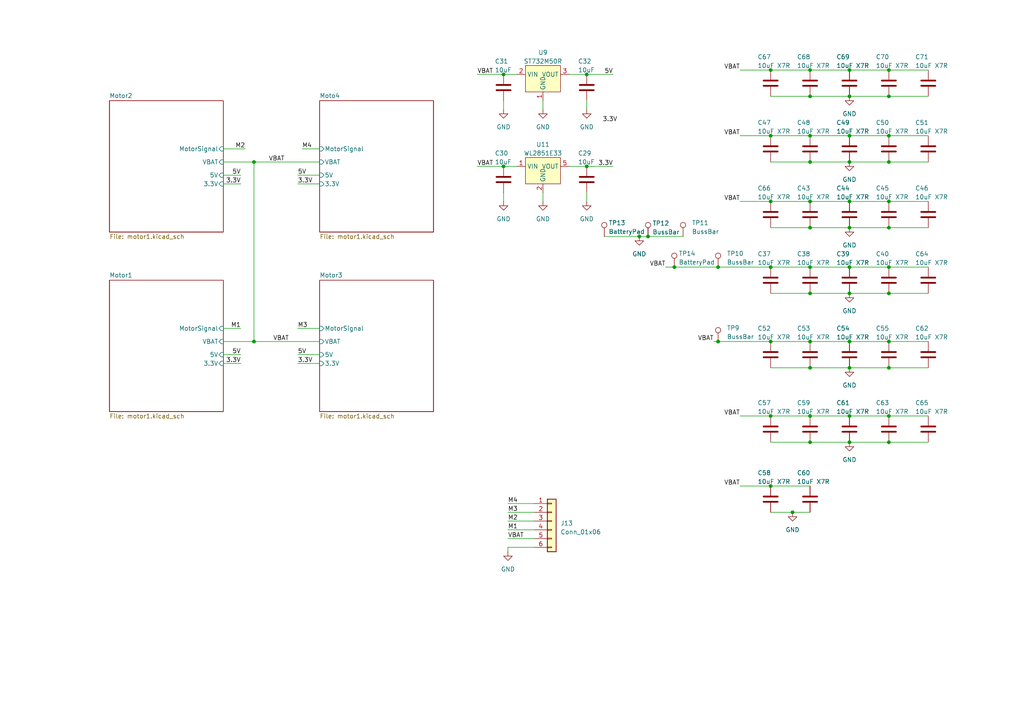
<source format=kicad_sch>
(kicad_sch (version 20230121) (generator eeschema)
  (paper "A4")
  (title_block (title "OpenHW_Findland_ESC") (date "2023-05-24") (rev "0.1"))
  (lib_symbols
    (symbol "Connector:TestPoint" (pin_numbers hide) (pin_names (offset 0.762) hide)
      (property "Reference" "TP" (at 0 6.858 0))
      (property "Value" "TestPoint" (at 0 5.08 0))
      (symbol "TestPoint_0_1"
        (circle (center 0 3.302) (radius 0.762))
      )
      (symbol "TestPoint_1_1"
        (pin passive line (at 0 0 90) (length 2.54) (name "1") (number "1"))
      )
    )
    (symbol "Connector_Generic:Conn_01x06" (pin_names (offset 1.016) hide)
      (property "Reference" "J" (at 0 7.62 0))
      (property "Value" "Conn_01x06" (at 0 -10.16 0))
      (symbol "Conn_01x06_1_1"
        (rectangle (start -1.27 -7.493) (end 0 -7.747) (stroke (width 0.1524)))
        (rectangle (start -1.27 -4.953) (end 0 -5.207) (stroke (width 0.1524)))
        (rectangle (start -1.27 -2.413) (end 0 -2.667) (stroke (width 0.1524)))
        (rectangle (start -1.27 0.127) (end 0 -0.127) (stroke (width 0.1524)))
        (rectangle (start -1.27 2.667) (end 0 2.413) (stroke (width 0.1524)))
        (rectangle (start -1.27 5.207) (end 0 4.953) (stroke (width 0.1524)))
        (rectangle (start -1.27 6.35) (end 1.27 -8.89) (stroke (width 0.254)) (fill (type background)))
        (pin passive line (at -5.08 5.08 0) (length 3.81) (name "Pin_1") (number "1"))
        (pin passive line (at -5.08 2.54 0) (length 3.81) (name "Pin_2") (number "2"))
        (pin passive line (at -5.08 0 0) (length 3.81) (name "Pin_3") (number "3"))
        (pin passive line (at -5.08 -2.54 0) (length 3.81) (name "Pin_4") (number "4"))
        (pin passive line (at -5.08 -5.08 0) (length 3.81) (name "Pin_5") (number "5"))
        (pin passive line (at -5.08 -7.62 0) (length 3.81) (name "Pin_6") (number "6"))
      )
    )
    (symbol "Device:C" (pin_numbers hide) (pin_names (offset 0.254))
      (property "Reference" "C" (at 0.635 2.54 0))
      (property "Value" "C" (at 0.635 -2.54 0))
      (symbol "C_0_1"
        (polyline (pts (xy -2.032 -0.762) (xy 2.032 -0.762)) (stroke (width 0.508)))
        (polyline (pts (xy -2.032 0.762) (xy 2.032 0.762)) (stroke (width 0.508)))
      )
      (symbol "C_1_1"
        (pin passive line (at 0 3.81 270) (length 2.794) (name "~") (number "1"))
        (pin passive line (at 0 -3.81 90) (length 2.794) (name "~") (number "2"))
      )
    )
    (symbol "OpenHW:ST732M50R"
      (property "Reference" "U" (at 0 5.08 0))
      (property "Value" "ST732M50R" (at 0 0 0))
      (symbol "ST732M50R_1_0"
        (pin power_in line (at 0 -6.35 90) (length 2.54) (name "GND") (number "1"))
        (pin power_in line (at -7.62 1.27 0) (length 2.54) (name "VIN") (number "2"))
        (pin power_out line (at 7.62 1.27 180) (length 2.54) (name "VOUT") (number "3"))
      )
      (symbol "ST732M50R_1_1"
        (rectangle (start -5.08 3.81) (end 5.08 -3.81) (fill (type background)))
      )
    )
    (symbol "OpenHW:WL2851E33"
      (property "Reference" "U" (at 0 5.08 0))
      (property "Value" "WL2851E33" (at 0 0 0))
      (symbol "WL2851E33_1_0"
        (pin power_in line (at -7.62 1.27 0) (length 2.54) (name "VIN") (number "1"))
        (pin power_in line (at 0 -6.35 90) (length 2.54) (name "GND") (number "2"))
        (pin power_out line (at 7.62 1.27 180) (length 2.54) (name "VOUT") (number "5"))
      )
      (symbol "WL2851E33_1_1"
        (rectangle (start -5.08 3.81) (end 5.08 -3.81) (fill (type background)))
      )
    )
    (symbol "power:GND" (power) (pin_names (offset 0))
      (property "Value" "GND" (at 0 -3.81 0))
      (symbol "GND_0_1"
        (polyline (pts (xy 0 0) (xy 0 -1.27) (xy 1.27 -1.27) (xy 0 -2.54) (xy -1.27 -1.27) (xy 0 -1.27)))
      )
      (symbol "GND_1_1"
        (pin power_in line (at 0 0 270) (length 0) hide (name "GND") (number "1"))
      )
    )
  )
  (junction (at 223.52 120.65))
  (junction (at 234.95 20.32))
  (junction (at 246.38 128.27))
  (junction (at 208.28 77.47))
  (junction (at 146.05 21.59))
  (junction (at 246.38 99.06))
  (junction (at 234.95 99.06))
  (junction (at 234.95 128.27))
  (junction (at 246.38 46.99))
  (junction (at 257.81 77.47))
  (junction (at 246.38 85.09))
  (junction (at 223.52 99.06))
  (junction (at 170.18 21.59))
  (junction (at 257.81 66.04))
  (junction (at 257.81 20.32))
  (junction (at 229.87 148.59))
  (junction (at 170.18 48.26))
  (junction (at 223.52 20.32))
  (junction (at 257.81 85.09))
  (junction (at 246.38 120.65))
  (junction (at 234.95 85.09))
  (junction (at 223.52 39.37))
  (junction (at 234.95 120.65))
  (junction (at 257.81 120.65))
  (junction (at 246.38 39.37))
  (junction (at 234.95 27.94))
  (junction (at 246.38 77.47))
  (junction (at 223.52 140.97))
  (junction (at 257.81 128.27))
  (junction (at 257.81 99.06))
  (junction (at 73.66 46.99))
  (junction (at 234.95 106.68))
  (junction (at 246.38 20.32))
  (junction (at 223.52 58.42))
  (junction (at 234.95 77.47))
  (junction (at 257.81 58.42))
  (junction (at 234.95 66.04))
  (junction (at 185.42 68.58))
  (junction (at 146.05 48.26))
  (junction (at 246.38 27.94))
  (junction (at 234.95 46.99))
  (junction (at 246.38 58.42))
  (junction (at 257.81 106.68))
  (junction (at 195.58 77.47))
  (junction (at 187.96 68.58))
  (junction (at 246.38 66.04))
  (junction (at 257.81 27.94))
  (junction (at 246.38 106.68))
  (junction (at 234.95 58.42))
  (junction (at 257.81 39.37))
  (junction (at 208.28 99.06))
  (junction (at 73.66 99.06))
  (junction (at 223.52 77.47))
  (junction (at 257.81 46.99))
  (junction (at 234.95 39.37))
  (wire (pts (xy 257.81 27.94) (xy 269.24 27.94)))
  (wire (pts (xy 147.32 156.21) (xy 154.94 156.21)))
  (wire (pts (xy 147.32 153.67) (xy 154.94 153.67)))
  (wire (pts (xy 157.48 31.75) (xy 157.48 29.21)))
  (wire (pts (xy 246.38 58.42) (xy 257.81 58.42)))
  (wire (pts (xy 146.05 48.26) (xy 149.86 48.26)))
  (wire (pts (xy 86.36 102.87) (xy 92.71 102.87)))
  (wire (pts (xy 223.52 120.65) (xy 234.95 120.65)))
  (wire (pts (xy 257.81 99.06) (xy 269.24 99.06)))
  (wire (pts (xy 86.36 105.41) (xy 92.71 105.41)))
  (wire (pts (xy 147.32 151.13) (xy 154.94 151.13)))
  (wire (pts (xy 234.95 85.09) (xy 246.38 85.09)))
  (wire (pts (xy 257.81 85.09) (xy 269.24 85.09)))
  (wire (pts (xy 64.77 50.8) (xy 69.85 50.8)))
  (wire (pts (xy 234.95 120.65) (xy 246.38 120.65)))
  (wire (pts (xy 246.38 39.37) (xy 257.81 39.37)))
  (wire (pts (xy 246.38 66.04) (xy 257.81 66.04)))
  (wire (pts (xy 64.77 105.41) (xy 69.85 105.41)))
  (wire (pts (xy 234.95 58.42) (xy 246.38 58.42)))
  (wire (pts (xy 246.38 20.32) (xy 257.81 20.32)))
  (wire (pts (xy 223.52 148.59) (xy 229.87 148.59)))
  (wire (pts (xy 223.52 20.32) (xy 214.63 20.32)))
  (wire (pts (xy 71.12 43.18) (xy 64.77 43.18)))
  (wire (pts (xy 138.43 48.26) (xy 146.05 48.26)))
  (wire (pts (xy 170.18 48.26) (xy 177.8 48.26)))
  (wire (pts (xy 195.58 77.47) (xy 193.04 77.47)))
  (wire (pts (xy 147.32 158.75) (xy 147.32 160.02)))
  (wire (pts (xy 234.95 99.06) (xy 246.38 99.06)))
  (wire (pts (xy 223.52 58.42) (xy 234.95 58.42)))
  (wire (pts (xy 208.28 99.06) (xy 207.01 99.06)))
  (wire (pts (xy 64.77 53.34) (xy 69.85 53.34)))
  (wire (pts (xy 229.87 148.59) (xy 234.95 148.59)))
  (wire (pts (xy 187.96 68.58) (xy 198.12 68.58)))
  (wire (pts (xy 64.77 99.06) (xy 73.66 99.06)))
  (wire (pts (xy 257.81 20.32) (xy 269.24 20.32)))
  (wire (pts (xy 170.18 21.59) (xy 177.8 21.59)))
  (wire (pts (xy 223.52 77.47) (xy 234.95 77.47)))
  (wire (pts (xy 246.38 106.68) (xy 257.81 106.68)))
  (wire (pts (xy 73.66 99.06) (xy 92.71 99.06)))
  (wire (pts (xy 214.63 58.42) (xy 223.52 58.42)))
  (wire (pts (xy 223.52 39.37) (xy 214.63 39.37)))
  (wire (pts (xy 146.05 21.59) (xy 149.86 21.59)))
  (wire (pts (xy 165.1 48.26) (xy 170.18 48.26)))
  (wire (pts (xy 92.71 43.18) (xy 87.63 43.18)))
  (wire (pts (xy 257.81 77.47) (xy 269.24 77.47)))
  (wire (pts (xy 64.77 102.87) (xy 69.85 102.87)))
  (wire (pts (xy 234.95 39.37) (xy 246.38 39.37)))
  (wire (pts (xy 64.77 46.99) (xy 73.66 46.99)))
  (wire (pts (xy 86.36 95.25) (xy 92.71 95.25)))
  (wire (pts (xy 246.38 120.65) (xy 257.81 120.65)))
  (wire (pts (xy 246.38 85.09) (xy 257.81 85.09)))
  (wire (pts (xy 234.95 27.94) (xy 246.38 27.94)))
  (wire (pts (xy 170.18 58.42) (xy 170.18 55.88)))
  (wire (pts (xy 165.1 21.59) (xy 170.18 21.59)))
  (wire (pts (xy 208.28 99.06) (xy 223.52 99.06)))
  (wire (pts (xy 257.81 106.68) (xy 269.24 106.68)))
  (wire (pts (xy 234.95 106.68) (xy 246.38 106.68)))
  (wire (pts (xy 170.18 31.75) (xy 170.18 29.21)))
  (wire (pts (xy 208.28 77.47) (xy 195.58 77.47)))
  (wire (pts (xy 223.52 46.99) (xy 234.95 46.99)))
  (wire (pts (xy 223.52 140.97) (xy 234.95 140.97)))
  (wire (pts (xy 223.52 106.68) (xy 234.95 106.68)))
  (wire (pts (xy 147.32 146.05) (xy 154.94 146.05)))
  (wire (pts (xy 86.36 53.34) (xy 92.71 53.34)))
  (wire (pts (xy 147.32 148.59) (xy 154.94 148.59)))
  (wire (pts (xy 208.28 77.47) (xy 223.52 77.47)))
  (wire (pts (xy 246.38 46.99) (xy 257.81 46.99)))
  (wire (pts (xy 223.52 128.27) (xy 234.95 128.27)))
  (wire (pts (xy 138.43 21.59) (xy 146.05 21.59)))
  (wire (pts (xy 234.95 66.04) (xy 246.38 66.04)))
  (wire (pts (xy 175.26 68.58) (xy 185.42 68.58)))
  (wire (pts (xy 234.95 77.47) (xy 246.38 77.47)))
  (wire (pts (xy 147.32 158.75) (xy 154.94 158.75)))
  (wire (pts (xy 223.52 27.94) (xy 234.95 27.94)))
  (wire (pts (xy 64.77 95.25) (xy 69.85 95.25)))
  (wire (pts (xy 234.95 46.99) (xy 246.38 46.99)))
  (wire (pts (xy 246.38 77.47) (xy 257.81 77.47)))
  (wire (pts (xy 223.52 85.09) (xy 234.95 85.09)))
  (wire (pts (xy 246.38 27.94) (xy 257.81 27.94)))
  (wire (pts (xy 223.52 39.37) (xy 234.95 39.37)))
  (wire (pts (xy 257.81 120.65) (xy 269.24 120.65)))
  (wire (pts (xy 257.81 46.99) (xy 269.24 46.99)))
  (wire (pts (xy 146.05 55.88) (xy 146.05 58.42)))
  (wire (pts (xy 185.42 68.58) (xy 187.96 68.58)))
  (wire (pts (xy 146.05 29.21) (xy 146.05 31.75)))
  (wire (pts (xy 257.81 39.37) (xy 269.24 39.37)))
  (wire (pts (xy 223.52 120.65) (xy 214.63 120.65)))
  (wire (pts (xy 234.95 128.27) (xy 246.38 128.27)))
  (wire (pts (xy 257.81 66.04) (xy 269.24 66.04)))
  (wire (pts (xy 86.36 50.8) (xy 92.71 50.8)))
  (wire (pts (xy 246.38 128.27) (xy 257.81 128.27)))
  (wire (pts (xy 157.48 55.88) (xy 157.48 58.42)))
  (wire (pts (xy 246.38 99.06) (xy 257.81 99.06)))
  (wire (pts (xy 223.52 99.06) (xy 234.95 99.06)))
  (wire (pts (xy 234.95 20.32) (xy 246.38 20.32)))
  (wire (pts (xy 223.52 140.97) (xy 214.63 140.97)))
  (wire (pts (xy 73.66 46.99) (xy 92.71 46.99)))
  (wire (pts (xy 223.52 20.32) (xy 234.95 20.32)))
  (wire (pts (xy 257.81 58.42) (xy 269.24 58.42)))
  (wire (pts (xy 257.81 128.27) (xy 269.24 128.27)))
  (wire (pts (xy 223.52 66.04) (xy 234.95 66.04)))
  (wire (pts (xy 73.66 99.06) (xy 73.66 46.99)))
  (label "VBAT" (at 214.63 20.32 180))
  (label "VBAT" (at 214.63 120.65 180))
  (label "5V" (at 86.36 50.8 0))
  (label "M1" (at 69.85 95.25 180))
  (label "5V" (at 177.8 21.59 180))
  (label "M2" (at 71.12 43.18 180))
  (label "3.3V" (at 69.85 105.41 180))
  (label "VBAT" (at 214.63 140.97 180))
  (label "3.3V" (at 86.36 105.41 0))
  (label "VBAT" (at 138.43 48.26 0))
  (label "VBAT" (at 83.82 99.06 180))
  (label "VBAT" (at 138.43 21.59 0))
  (label "VBAT" (at 207.01 99.06 180))
  (label "5V" (at 86.36 102.87 0))
  (label "VBAT" (at 193.04 77.47 180))
  (label "VBAT" (at 214.63 39.37 180))
  (label "3.3V" (at 177.8 48.26 180))
  (label "3.3V" (at 69.85 53.34 180))
  (label "VBAT" (at 82.55 46.99 180))
  (label "5V" (at 69.85 50.8 180))
  (label "M2" (at 147.32 151.13 0))
  (label "3.3V" (at 86.36 53.34 0))
  (label "M4" (at 87.63 43.18 0))
  (label "M3" (at 147.32 148.59 0))
  (label "3.3V" (at 179.07 35.56 180))
  (label "VBAT" (at 214.63 58.42 180))
  (label "5V" (at 69.85 102.87 180))
  (label "M3" (at 86.36 95.25 0))
  (label "M1" (at 147.32 153.67 0))
  (label "M4" (at 147.32 146.05 0))
  (label "VBAT" (at 147.32 156.21 0))
  (symbol (lib_id "power:GND") (at 146.05 31.75 0) (unit 1)
    (property "Reference" "#PWR046" (effects hide))
    (property "Value" "GND" (at 146.05 36.83 0))
  )
  (symbol (lib_id "power:GND") (at 229.87 148.59 0) (unit 1)
    (property "Reference" "#PWR059" (effects hide))
    (property "Value" "GND" (at 229.87 153.67 0))
  )
  (symbol (lib_id "Device:C") (at 246.38 124.46 0) (unit 1)
    (property "Reference" "C61" (at 242.57 116.84 0) (effects (justify left)))
    (property "Value" "10uF X7R" (at 242.57 119.38 0) (effects (justify left)))
    (property "Footprint" "OpenHW:C_1206_Slim" (effects hide))
  )
  (symbol (lib_id "OpenHW:WL2851E33") (at 157.48 49.53 0) (unit 1)
    (property "Reference" "U11" (at 157.48 41.91 0))
    (property "Value" "WL2851E33" (at 157.48 44.45 0))
    (property "Footprint" "OpenHW:SOT-23-5" (effects hide))
    (property "Datasheet" "https://datasheet.lcsc.com/lcsc/1912260914_WILLSEMI-Will-Semicon-WL2851E33-5-TR_C467852.pdf" (effects hide))
    (property "LSCS" "https://www.lcsc.com/product-detail/Linear-Voltage-Regulators-LDO_WILLSEMI-Will-Semicon-WL2851E33-5-TR_C467852.html" (effects hide))
  )
  (symbol (lib_id "Device:C") (at 269.24 124.46 0) (unit 1)
    (property "Reference" "C65" (at 265.43 116.84 0) (effects (justify left)))
    (property "Value" "10uF X7R" (at 265.43 119.38 0) (effects (justify left)))
    (property "Footprint" "OpenHW:C_1206_Slim" (effects hide))
  )
  (symbol (lib_id "Device:C") (at 223.52 62.23 0) (unit 1)
    (property "Reference" "C66" (at 219.71 54.61 0) (effects (justify left)))
    (property "Value" "10uF X7R" (at 219.71 57.15 0) (effects (justify left)))
    (property "Footprint" "OpenHW:C_1206_Slim" (effects hide))
  )
  (symbol (lib_id "Connector:TestPoint") (at 195.58 77.47 0) (unit 1)
    (property "Reference" "TP14" (at 196.85 73.533 0) (effects (justify left)))
    (property "Value" "BatteryPad" (at 196.85 76.073 0) (effects (justify left)))
    (property "Footprint" "OpenHW:BatteryPad" (effects hide))
  )
  (symbol (lib_id "Device:C") (at 269.24 24.13 0) (unit 1)
    (property "Reference" "C71" (at 265.43 16.51 0) (effects (justify left)))
    (property "Value" "10uF X7R" (at 265.43 19.05 0) (effects (justify left)))
    (property "Footprint" "OpenHW:C_1206_Slim" (effects hide))
  )
  (symbol (lib_id "Device:C") (at 223.52 144.78 0) (unit 1)
    (property "Reference" "C58" (at 219.71 137.16 0) (effects (justify left)))
    (property "Value" "10uF X7R" (at 219.71 139.7 0) (effects (justify left)))
    (property "Footprint" "OpenHW:C_1206_Slim" (effects hide))
  )
  (symbol (lib_id "Device:C") (at 223.52 43.18 0) (unit 1)
    (property "Reference" "C47" (at 219.71 35.56 0) (effects (justify left)))
    (property "Value" "10uF X7R" (at 219.71 38.1 0) (effects (justify left)))
    (property "Footprint" "OpenHW:C_1206_Slim" (effects hide))
  )
  (symbol (lib_id "Device:C") (at 234.95 62.23 0) (unit 1)
    (property "Reference" "C43" (at 231.14 54.61 0) (effects (justify left)))
    (property "Value" "10uF X7R" (at 231.14 57.15 0) (effects (justify left)))
    (property "Footprint" "OpenHW:C_1206_Slim" (effects hide))
  )
  (symbol (lib_id "Device:C") (at 246.38 24.13 0) (unit 1)
    (property "Reference" "C69" (at 242.57 16.51 0) (effects (justify left)))
    (property "Value" "10uF X7R" (at 242.57 19.05 0) (effects (justify left)))
    (property "Footprint" "OpenHW:C_1206_Slim" (effects hide))
  )
  (symbol (lib_id "Device:C") (at 257.81 124.46 0) (unit 1)
    (property "Reference" "C63" (at 254 116.84 0) (effects (justify left)))
    (property "Value" "10uF X7R" (at 254 119.38 0) (effects (justify left)))
    (property "Footprint" "OpenHW:C_1206_Slim" (effects hide))
  )
  (symbol (lib_id "Device:C") (at 257.81 102.87 0) (unit 1)
    (property "Reference" "C55" (at 254 95.25 0) (effects (justify left)))
    (property "Value" "10uF X7R" (at 254 97.79 0) (effects (justify left)))
    (property "Footprint" "OpenHW:C_1206_Slim" (effects hide))
  )
  (symbol (lib_id "power:GND") (at 246.38 46.99 0) (unit 1)
    (property "Reference" "#PWR055" (effects hide))
    (property "Value" "GND" (at 246.38 52.07 0))
  )
  (symbol (lib_id "power:GND") (at 170.18 31.75 0) (unit 1)
    (property "Reference" "#PWR047" (effects hide))
    (property "Value" "GND" (at 170.18 36.83 0))
  )
  (symbol (lib_id "Device:C") (at 246.38 43.18 0) (unit 1)
    (property "Reference" "C49" (at 242.57 35.56 0) (effects (justify left)))
    (property "Value" "10uF X7R" (at 242.57 38.1 0) (effects (justify left)))
    (property "Footprint" "OpenHW:C_1206_Slim" (effects hide))
  )
  (symbol (lib_id "power:GND") (at 157.48 58.42 0) (unit 1)
    (property "Reference" "#PWR050" (effects hide))
    (property "Value" "GND" (at 157.48 63.5 0))
  )
  (symbol (lib_id "Connector:TestPoint") (at 187.96 68.58 0) (unit 1)
    (property "Reference" "TP12" (at 189.23 64.77 0) (effects (justify left)))
    (property "Value" "BussBar" (at 189.23 67.31 0) (effects (justify left)))
    (property "Footprint" "OpenHW:2mmBussBar" (effects hide))
  )
  (symbol (lib_id "power:GND") (at 246.38 27.94 0) (unit 1)
    (property "Reference" "#PWR060" (effects hide))
    (property "Value" "GND" (at 246.38 33.02 0))
  )
  (symbol (lib_id "Device:C") (at 257.81 24.13 0) (unit 1)
    (property "Reference" "C70" (at 254 16.51 0) (effects (justify left)))
    (property "Value" "10uF X7R" (at 254 19.05 0) (effects (justify left)))
    (property "Footprint" "OpenHW:C_1206_Slim" (effects hide))
  )
  (symbol (lib_id "Connector:TestPoint") (at 208.28 99.06 0) (unit 1)
    (property "Reference" "TP9" (at 210.82 95.123 0) (effects (justify left)))
    (property "Value" "BussBar" (at 210.82 97.663 0) (effects (justify left)))
    (property "Footprint" "OpenHW:2mmBussBar" (effects hide))
  )
  (symbol (lib_id "OpenHW:ST732M50R") (at 157.48 22.86 0) (unit 1)
    (property "Reference" "U9" (at 157.48 15.24 0))
    (property "Value" "ST732M50R" (at 157.48 17.78 0))
    (property "Footprint" "OpenHW:SOT-23-5" (effects hide))
    (property "Datasheet" "https://datasheet.lcsc.com/lcsc/2211080530_STMicroelectronics-ST732M50R_C3747922.pdf" (effects hide))
    (property "LSCS" "https://www.lcsc.com/product-detail/Linear-Voltage-Regulators-LDO_STMicroelectronics-ST732M50R_C3747922.html" (effects hide))
  )
  (symbol (lib_id "Device:C") (at 170.18 52.07 0) (unit 1)
    (property "Reference" "C29" (at 167.64 44.45 0) (effects (justify left)))
    (property "Value" "10uF" (at 167.64 46.99 0) (effects (justify left)))
    (property "Footprint" "Capacitor_SMD:C_0603_1608Metric" (effects hide))
  )
  (symbol (lib_id "Device:C") (at 223.52 24.13 0) (unit 1)
    (property "Reference" "C67" (at 219.71 16.51 0) (effects (justify left)))
    (property "Value" "10uF X7R" (at 219.71 19.05 0) (effects (justify left)))
    (property "Footprint" "OpenHW:C_1206_Slim" (effects hide))
  )
  (symbol (lib_id "Device:C") (at 269.24 43.18 0) (unit 1)
    (property "Reference" "C51" (at 265.43 35.56 0) (effects (justify left)))
    (property "Value" "10uF X7R" (at 265.43 38.1 0) (effects (justify left)))
    (property "Footprint" "OpenHW:C_1206_Slim" (effects hide))
  )
  (symbol (lib_id "Device:C") (at 257.81 62.23 0) (unit 1)
    (property "Reference" "C45" (at 254 54.61 0) (effects (justify left)))
    (property "Value" "10uF X7R" (at 254 57.15 0) (effects (justify left)))
    (property "Footprint" "OpenHW:C_1206_Slim" (effects hide))
  )
  (symbol (lib_id "power:GND") (at 185.42 68.58 0) (unit 1)
    (property "Reference" "#PWR057" (effects hide))
    (property "Value" "GND" (at 185.42 73.66 0))
  )
  (symbol (lib_id "power:GND") (at 246.38 128.27 0) (unit 1)
    (property "Reference" "#PWR058" (effects hide))
    (property "Value" "GND" (at 246.38 133.35 0))
  )
  (symbol (lib_id "Connector_Generic:Conn_01x06") (at 160.02 151.13 0) (unit 1)
    (property "Reference" "J13" (at 162.56 151.765 0) (effects (justify left)))
    (property "Value" "Conn_01x06" (at 162.56 154.305 0) (effects (justify left)))
    (property "Footprint" "OpenHW:PadsHole_1x06_P1.27mm" (effects hide))
  )
  (symbol (lib_id "Device:C") (at 234.95 81.28 0) (unit 1)
    (property "Reference" "C38" (at 231.14 73.66 0) (effects (justify left)))
    (property "Value" "10uF X7R" (at 231.14 76.2 0) (effects (justify left)))
    (property "Footprint" "OpenHW:C_1206_Slim" (effects hide))
  )
  (symbol (lib_id "Device:C") (at 234.95 24.13 0) (unit 1)
    (property "Reference" "C68" (at 231.14 16.51 0) (effects (justify left)))
    (property "Value" "10uF X7R" (at 231.14 19.05 0) (effects (justify left)))
    (property "Footprint" "OpenHW:C_1206_Slim" (effects hide))
  )
  (symbol (lib_id "Device:C") (at 246.38 102.87 0) (unit 1)
    (property "Reference" "C54" (at 242.57 95.25 0) (effects (justify left)))
    (property "Value" "10uF X7R" (at 242.57 97.79 0) (effects (justify left)))
    (property "Footprint" "OpenHW:C_1206_Slim" (effects hide))
  )
  (symbol (lib_id "power:GND") (at 170.18 58.42 0) (unit 1)
    (property "Reference" "#PWR049" (effects hide))
    (property "Value" "GND" (at 170.18 63.5 0))
  )
  (symbol (lib_id "Device:C") (at 146.05 25.4 0) (unit 1)
    (property "Reference" "C31" (at 143.51 17.78 0) (effects (justify left)))
    (property "Value" "10uF" (at 143.51 20.32 0) (effects (justify left)))
    (property "Footprint" "Capacitor_SMD:C_0603_1608Metric" (effects hide))
  )
  (symbol (lib_id "Device:C") (at 269.24 102.87 0) (unit 1)
    (property "Reference" "C62" (at 265.43 95.25 0) (effects (justify left)))
    (property "Value" "10uF X7R" (at 265.43 97.79 0) (effects (justify left)))
    (property "Footprint" "OpenHW:C_1206_Slim" (effects hide))
  )
  (symbol (lib_id "Connector:TestPoint") (at 198.12 68.58 0) (unit 1)
    (property "Reference" "TP11" (at 200.66 64.643 0) (effects (justify left)))
    (property "Value" "BussBar" (at 200.66 67.183 0) (effects (justify left)))
    (property "Footprint" "OpenHW:2mmBussBar" (effects hide))
  )
  (symbol (lib_id "power:GND") (at 246.38 85.09 0) (unit 1)
    (property "Reference" "#PWR053" (effects hide))
    (property "Value" "GND" (at 246.38 90.17 0))
  )
  (symbol (lib_id "Connector:TestPoint") (at 208.28 77.47 0) (unit 1)
    (property "Reference" "TP10" (at 210.82 73.533 0) (effects (justify left)))
    (property "Value" "BussBar" (at 210.82 76.073 0) (effects (justify left)))
    (property "Footprint" "OpenHW:2mmBussBar" (effects hide))
  )
  (symbol (lib_id "power:GND") (at 246.38 66.04 0) (unit 1)
    (property "Reference" "#PWR054" (effects hide))
    (property "Value" "GND" (at 246.38 71.12 0))
  )
  (symbol (lib_id "Device:C") (at 234.95 124.46 0) (unit 1)
    (property "Reference" "C59" (at 231.14 116.84 0) (effects (justify left)))
    (property "Value" "10uF X7R" (at 231.14 119.38 0) (effects (justify left)))
    (property "Footprint" "OpenHW:C_1206_Slim" (effects hide))
  )
  (symbol (lib_id "Device:C") (at 257.81 43.18 0) (unit 1)
    (property "Reference" "C50" (at 254 35.56 0) (effects (justify left)))
    (property "Value" "10uF X7R" (at 254 38.1 0) (effects (justify left)))
    (property "Footprint" "OpenHW:C_1206_Slim" (effects hide))
  )
  (symbol (lib_id "Device:C") (at 223.52 81.28 0) (unit 1)
    (property "Reference" "C37" (at 219.71 73.66 0) (effects (justify left)))
    (property "Value" "10uF X7R" (at 219.71 76.2 0) (effects (justify left)))
    (property "Footprint" "OpenHW:C_1206_Slim" (effects hide))
  )
  (symbol (lib_id "power:GND") (at 157.48 31.75 0) (unit 1)
    (property "Reference" "#PWR045" (effects hide))
    (property "Value" "GND" (at 157.48 36.83 0))
  )
  (symbol (lib_id "Device:C") (at 246.38 81.28 0) (unit 1)
    (property "Reference" "C39" (at 242.57 73.66 0) (effects (justify left)))
    (property "Value" "10uF X7R" (at 242.57 76.2 0) (effects (justify left)))
    (property "Footprint" "OpenHW:C_1206_Slim" (effects hide))
  )
  (symbol (lib_id "Connector:TestPoint") (at 175.26 68.58 0) (unit 1)
    (property "Reference" "TP13" (at 176.53 64.643 0) (effects (justify left)))
    (property "Value" "BatteryPad" (at 176.53 67.183 0) (effects (justify left)))
    (property "Footprint" "OpenHW:BatteryPad" (effects hide))
  )
  (symbol (lib_id "Device:C") (at 257.81 81.28 0) (unit 1)
    (property "Reference" "C40" (at 254 73.66 0) (effects (justify left)))
    (property "Value" "10uF X7R" (at 254 76.2 0) (effects (justify left)))
    (property "Footprint" "OpenHW:C_1206_Slim" (effects hide))
  )
  (symbol (lib_id "Device:C") (at 269.24 62.23 0) (unit 1)
    (property "Reference" "C46" (at 265.43 54.61 0) (effects (justify left)))
    (property "Value" "10uF X7R" (at 265.43 57.15 0) (effects (justify left)))
    (property "Footprint" "OpenHW:C_1206_Slim" (effects hide))
  )
  (symbol (lib_id "power:GND") (at 147.32 160.02 0) (unit 1)
    (property "Reference" "#PWR061" (effects hide))
    (property "Value" "GND" (at 147.32 165.1 0))
  )
  (symbol (lib_id "power:GND") (at 146.05 58.42 0) (unit 1)
    (property "Reference" "#PWR048" (effects hide))
    (property "Value" "GND" (at 146.05 63.5 0))
  )
  (symbol (lib_id "Device:C") (at 234.95 102.87 0) (unit 1)
    (property "Reference" "C53" (at 231.14 95.25 0) (effects (justify left)))
    (property "Value" "10uF X7R" (at 231.14 97.79 0) (effects (justify left)))
    (property "Footprint" "OpenHW:C_1206_Slim" (effects hide))
  )
  (symbol (lib_id "Device:C") (at 170.18 25.4 0) (unit 1)
    (property "Reference" "C32" (at 167.64 17.78 0) (effects (justify left)))
    (property "Value" "10uF" (at 167.64 20.32 0) (effects (justify left)))
    (property "Footprint" "Capacitor_SMD:C_0603_1608Metric" (effects hide))
  )
  (symbol (lib_id "power:GND") (at 246.38 106.68 0) (unit 1)
    (property "Reference" "#PWR056" (effects hide))
    (property "Value" "GND" (at 246.38 111.76 0))
  )
  (symbol (lib_id "Device:C") (at 269.24 81.28 0) (unit 1)
    (property "Reference" "C64" (at 265.43 73.66 0) (effects (justify left)))
    (property "Value" "10uF X7R" (at 265.43 76.2 0) (effects (justify left)))
    (property "Footprint" "OpenHW:C_1206_Slim" (effects hide))
  )
  (symbol (lib_id "Device:C") (at 223.52 102.87 0) (unit 1)
    (property "Reference" "C52" (at 219.71 95.25 0) (effects (justify left)))
    (property "Value" "10uF X7R" (at 219.71 97.79 0) (effects (justify left)))
    (property "Footprint" "OpenHW:C_1206_Slim" (effects hide))
  )
  (symbol (lib_id "Device:C") (at 234.95 43.18 0) (unit 1)
    (property "Reference" "C48" (at 231.14 35.56 0) (effects (justify left)))
    (property "Value" "10uF X7R" (at 231.14 38.1 0) (effects (justify left)))
    (property "Footprint" "OpenHW:C_1206_Slim" (effects hide))
  )
  (symbol (lib_id "Device:C") (at 234.95 144.78 0) (unit 1)
    (property "Reference" "C60" (at 231.14 137.16 0) (effects (justify left)))
    (property "Value" "10uF X7R" (at 231.14 139.7 0) (effects (justify left)))
    (property "Footprint" "OpenHW:C_1206_Slim" (effects hide))
  )
  (symbol (lib_id "Device:C") (at 246.38 62.23 0) (unit 1)
    (property "Reference" "C44" (at 242.57 54.61 0) (effects (justify left)))
    (property "Value" "10uF X7R" (at 242.57 57.15 0) (effects (justify left)))
    (property "Footprint" "OpenHW:C_1206_Slim" (effects hide))
  )
  (symbol (lib_id "Device:C") (at 146.05 52.07 0) (unit 1)
    (property "Reference" "C30" (at 143.51 44.45 0) (effects (justify left)))
    (property "Value" "10uF" (at 143.51 46.99 0) (effects (justify left)))
    (property "Footprint" "Capacitor_SMD:C_0603_1608Metric" (effects hide))
  )
  (symbol (lib_id "Device:C") (at 223.52 124.46 0) (unit 1)
    (property "Reference" "C57" (at 219.71 116.84 0) (effects (justify left)))
    (property "Value" "10uF X7R" (at 219.71 119.38 0) (effects (justify left)))
    (property "Footprint" "OpenHW:C_1206_Slim" (effects hide))
  )
  (sheet (at 31.75 81.28) (size 33.02 38.1) (stroke (width 0.1524))
    (property "Sheetname" "Motor1" (at 31.75 80.5684 0) (effects (justify left bottom)))
    (property "Sheetfile" "motor1.kicad_sch" (at 31.75 119.9646 0) (effects (justify left top)))
    (pin "VBAT" input (at 64.77 99.06 0))
    (pin "MotorSignal" input (at 64.77 95.25 0))
    (pin "5V" input (at 64.77 102.87 0))
    (pin "3.3V" input (at 64.77 105.41 0))
  )
  (sheet (at 31.75 29.21) (size 33.02 38.1) (stroke (width 0.1524))
    (property "Sheetname" "Motor2" (at 31.75 28.4984 0) (effects (justify left bottom)))
    (property "Sheetfile" "motor1.kicad_sch" (at 31.75 67.8946 0) (effects (justify left top)))
    (pin "VBAT" input (at 64.77 46.99 0))
    (pin "MotorSignal" input (at 64.77 43.18 0))
    (pin "5V" input (at 64.77 50.8 0))
    (pin "3.3V" input (at 64.77 53.34 0))
  )
  (sheet (at 92.71 29.21) (size 33.02 38.1) (stroke (width 0.1524))
    (property "Sheetname" "Moto4" (at 92.71 28.4984 0) (effects (justify left bottom)))
    (property "Sheetfile" "motor1.kicad_sch" (at 92.71 67.8946 0) (effects (justify left top)))
    (pin "VBAT" input (at 92.71 46.99 180))
    (pin "MotorSignal" input (at 92.71 43.18 180))
    (pin "5V" input (at 92.71 50.8 180))
    (pin "3.3V" input (at 92.71 53.34 180))
  )
  (sheet (at 92.71 81.28) (size 33.02 38.1) (stroke (width 0.1524))
    (property "Sheetname" "Motor3" (at 92.71 80.5684 0) (effects (justify left bottom)))
    (property "Sheetfile" "motor1.kicad_sch" (at 92.71 119.9646 0) (effects (justify left top)))
    (pin "VBAT" input (at 92.71 99.06 180))
    (pin "MotorSignal" input (at 92.71 95.25 180))
    (pin "5V" input (at 92.71 102.87 180))
    (pin "3.3V" input (at 92.71 105.41 180))
  )
)
</source>
